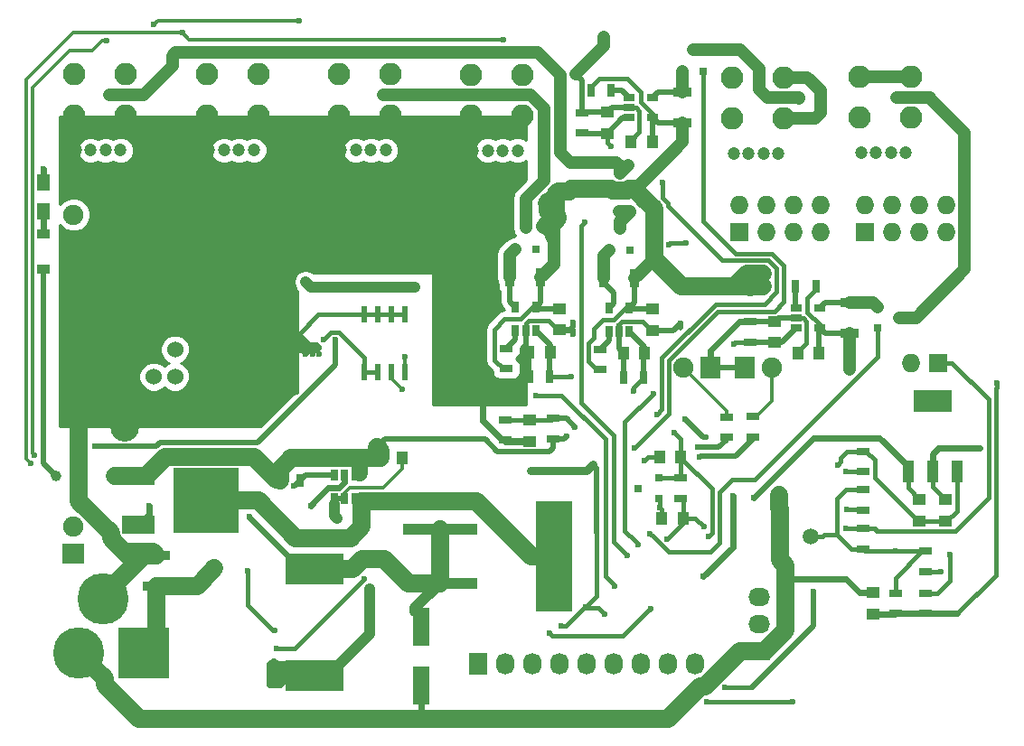
<source format=gbl>
G04 #@! TF.FileFunction,Copper,L2,Bot,Signal*
%FSLAX46Y46*%
G04 Gerber Fmt 4.6, Leading zero omitted, Abs format (unit mm)*
G04 Created by KiCad (PCBNEW 4.0.5) date 02/02/17 00:28:59*
%MOMM*%
%LPD*%
G01*
G04 APERTURE LIST*
%ADD10C,0.100000*%
%ADD11O,2.100000X2.100000*%
%ADD12C,1.200000*%
%ADD13R,1.600200X3.599180*%
%ADD14R,1.700000X0.900000*%
%ADD15R,1.300000X0.700000*%
%ADD16R,0.700000X1.300000*%
%ADD17R,1.250000X1.000000*%
%ADD18R,1.000000X1.250000*%
%ADD19R,1.060000X0.650000*%
%ADD20R,0.650000X1.060000*%
%ADD21R,0.900000X1.700000*%
%ADD22C,1.524000*%
%ADD23C,2.700020*%
%ADD24R,1.900000X2.000000*%
%ADD25C,1.900000*%
%ADD26R,5.400040X2.900680*%
%ADD27R,3.500120X10.408920*%
%ADD28R,7.010400X1.099820*%
%ADD29R,2.000000X1.900000*%
%ADD30C,4.800600*%
%ADD31R,4.800600X4.800600*%
%ADD32R,3.048000X1.651000*%
%ADD33R,6.096000X6.096000*%
%ADD34R,1.220000X0.910000*%
%ADD35R,1.300000X1.500000*%
%ADD36R,0.600000X1.550000*%
%ADD37R,0.800100X0.800100*%
%ADD38R,0.750000X0.800000*%
%ADD39R,1.727200X1.727200*%
%ADD40O,1.727200X1.727200*%
%ADD41R,1.727200X2.032000*%
%ADD42O,1.727200X2.032000*%
%ADD43R,2.032000X1.727200*%
%ADD44O,2.032000X1.727200*%
%ADD45R,3.657600X2.032000*%
%ADD46R,1.016000X2.032000*%
%ADD47R,2.500000X0.900000*%
%ADD48C,1.500000*%
%ADD49C,1.000000*%
%ADD50C,0.600000*%
%ADD51C,1.200000*%
%ADD52C,1.000000*%
%ADD53C,0.550000*%
%ADD54C,0.450000*%
%ADD55C,0.350000*%
%ADD56C,1.700000*%
%ADD57C,0.600000*%
%ADD58C,0.500000*%
%ADD59C,0.750000*%
%ADD60C,0.700000*%
%ADD61C,1.400000*%
%ADD62C,1.500000*%
%ADD63C,0.254000*%
G04 APERTURE END LIST*
D10*
D11*
X100280000Y-58290000D03*
X100280000Y-54450000D03*
X105120000Y-54450000D03*
D12*
X104650000Y-61560000D03*
X103250000Y-61560000D03*
X101850000Y-61560000D03*
D11*
X105120000Y-58290000D03*
D12*
X100450000Y-61560000D03*
D11*
X112780000Y-58290000D03*
X112780000Y-54450000D03*
X117620000Y-54450000D03*
D12*
X117150000Y-61560000D03*
X115750000Y-61560000D03*
X114350000Y-61560000D03*
D11*
X117620000Y-58290000D03*
D12*
X112950000Y-61560000D03*
D13*
X132790000Y-106218360D03*
X132790000Y-111720000D03*
D14*
X172940000Y-78750000D03*
X172940000Y-75850000D03*
D15*
X149580000Y-82110000D03*
X149580000Y-80210000D03*
D16*
X148710000Y-55920000D03*
X150610000Y-55920000D03*
D14*
X157310000Y-59030000D03*
X157310000Y-56130000D03*
D17*
X165940000Y-77600000D03*
X165940000Y-79600000D03*
D18*
X168090000Y-80550000D03*
X170090000Y-80550000D03*
D19*
X167940000Y-78250000D03*
X167940000Y-77300000D03*
X167940000Y-76350000D03*
X170140000Y-76350000D03*
X170140000Y-78250000D03*
D16*
X169790000Y-74300000D03*
X167890000Y-74300000D03*
D15*
X163640000Y-77650000D03*
X163640000Y-79550000D03*
D16*
X151760000Y-82870000D03*
X153660000Y-82870000D03*
D17*
X150260000Y-57980000D03*
X150260000Y-59980000D03*
D19*
X152310000Y-58530000D03*
X152310000Y-57580000D03*
X152310000Y-56630000D03*
X154510000Y-56630000D03*
X154510000Y-58530000D03*
D18*
X151760000Y-80570000D03*
X153760000Y-80570000D03*
D20*
X152310000Y-78570000D03*
X151360000Y-78570000D03*
X150410000Y-78570000D03*
X150410000Y-76370000D03*
X152310000Y-76370000D03*
D15*
X147860000Y-58030000D03*
X147860000Y-59930000D03*
D16*
X142950000Y-82800000D03*
X144850000Y-82800000D03*
D17*
X145750000Y-78400000D03*
X145750000Y-76400000D03*
D15*
X140800000Y-82050000D03*
X140800000Y-80150000D03*
D21*
X144000000Y-73500000D03*
X141100000Y-73500000D03*
D20*
X143550000Y-78500000D03*
X142600000Y-78500000D03*
X141650000Y-78500000D03*
X141650000Y-76300000D03*
X143550000Y-76300000D03*
D18*
X142900000Y-80500000D03*
X144900000Y-80500000D03*
X152460000Y-60780000D03*
X154460000Y-60780000D03*
D21*
X152810000Y-73570000D03*
X149910000Y-73570000D03*
D15*
X163900000Y-88450000D03*
X163900000Y-86550000D03*
D22*
X109748980Y-82790000D03*
X109748980Y-80250000D03*
X107750000Y-80250000D03*
X107750000Y-82790000D03*
D23*
X105049980Y-87519480D03*
X105049980Y-75520520D03*
D24*
X159900000Y-81950000D03*
D25*
X157360000Y-81950000D03*
D26*
X122850000Y-110800000D03*
X122850000Y-100797480D03*
D24*
X163150000Y-81950000D03*
D25*
X165690000Y-81950000D03*
D27*
X145250000Y-99600000D03*
D28*
X134559140Y-102140000D03*
X134559140Y-97060000D03*
D29*
X100200000Y-99390000D03*
D25*
X100200000Y-96850000D03*
D30*
X100764000Y-108680000D03*
D31*
X106860000Y-108680000D03*
D30*
X103050000Y-103600000D03*
D29*
X100250000Y-70150000D03*
D25*
X100250000Y-67610000D03*
D17*
X154510000Y-78470000D03*
X154510000Y-76470000D03*
X142950000Y-88850000D03*
X142950000Y-86850000D03*
D15*
X145200000Y-88600000D03*
X145200000Y-86700000D03*
D32*
X106350000Y-96686000D03*
D33*
X112700000Y-94400000D03*
D32*
X106350000Y-92114000D03*
D34*
X97400000Y-72700000D03*
X97400000Y-69430000D03*
D15*
X140700000Y-88750000D03*
X140700000Y-86850000D03*
D18*
X157350000Y-96100000D03*
X155350000Y-96100000D03*
X157150000Y-90300000D03*
X155150000Y-90300000D03*
D35*
X97400000Y-67304000D03*
X97400000Y-64604000D03*
D15*
X157150000Y-92300000D03*
X157150000Y-94200000D03*
D36*
X127510000Y-76950000D03*
X128780000Y-76950000D03*
X130050000Y-76950000D03*
X131320000Y-76950000D03*
X131320000Y-82350000D03*
X130050000Y-82350000D03*
X128780000Y-82350000D03*
X127510000Y-82350000D03*
D37*
X155100000Y-92300000D03*
X155100000Y-94200000D03*
X153101020Y-93250000D03*
D38*
X124750000Y-72900000D03*
X124750000Y-74400000D03*
X123150000Y-72900000D03*
X123150000Y-74400000D03*
D18*
X129000000Y-90450000D03*
X131000000Y-90450000D03*
D15*
X161450000Y-88500000D03*
X161450000Y-86600000D03*
D16*
X119600000Y-92500000D03*
X121500000Y-92500000D03*
D37*
X152360000Y-70920000D03*
X150460000Y-70920000D03*
X151410000Y-68921020D03*
X143550000Y-70850760D03*
X141650000Y-70850760D03*
X142600000Y-68851780D03*
X159220000Y-54150000D03*
X157320000Y-54150000D03*
X158270000Y-52151020D03*
X175589240Y-78200000D03*
X175589240Y-76300000D03*
X177588220Y-77250000D03*
D39*
X174430000Y-69230000D03*
D40*
X174430000Y-66690000D03*
X176970000Y-69230000D03*
X176970000Y-66690000D03*
X179510000Y-69230000D03*
X179510000Y-66690000D03*
X182050000Y-69230000D03*
X182050000Y-66690000D03*
D39*
X162640000Y-69270000D03*
D40*
X162640000Y-66730000D03*
X165180000Y-69270000D03*
X165180000Y-66730000D03*
X167720000Y-69270000D03*
X167720000Y-66730000D03*
X170260000Y-69270000D03*
X170260000Y-66730000D03*
D15*
X180060000Y-105000000D03*
X180060000Y-103100000D03*
X180050000Y-99140000D03*
X180050000Y-101040000D03*
X177250000Y-103100000D03*
X177250000Y-105000000D03*
X174180000Y-91700000D03*
X174180000Y-89800000D03*
X174180000Y-98920000D03*
X174180000Y-97020000D03*
X174180000Y-93390000D03*
X174180000Y-95290000D03*
D20*
X126610000Y-94260000D03*
X125660000Y-94260000D03*
X124710000Y-94260000D03*
X124710000Y-92060000D03*
X126610000Y-92060000D03*
X125660000Y-92060000D03*
D39*
X181230000Y-81480000D03*
D40*
X178690000Y-81480000D03*
D41*
X138136000Y-109740000D03*
D42*
X140676000Y-109740000D03*
X143216000Y-109740000D03*
X145756000Y-109740000D03*
X148296000Y-109740000D03*
X150836000Y-109740000D03*
X153376000Y-109740000D03*
X155916000Y-109740000D03*
X158456000Y-109740000D03*
D43*
X164500000Y-108500000D03*
D44*
X164500000Y-105960000D03*
X164500000Y-103420000D03*
D17*
X175130000Y-103050000D03*
X175130000Y-105050000D03*
D45*
X180700000Y-85070000D03*
D46*
X180700000Y-91674000D03*
X178414000Y-91674000D03*
X182986000Y-91674000D03*
D17*
X179480000Y-94310000D03*
X179480000Y-96310000D03*
X181900000Y-94330000D03*
X181900000Y-96330000D03*
D11*
X173850000Y-58530000D03*
X173850000Y-54690000D03*
X178690000Y-54690000D03*
D12*
X178220000Y-61800000D03*
X176820000Y-61800000D03*
X175420000Y-61800000D03*
D11*
X178690000Y-58530000D03*
D12*
X174020000Y-61800000D03*
D11*
X161920000Y-58570000D03*
X161920000Y-54730000D03*
X166760000Y-54730000D03*
D12*
X166290000Y-61840000D03*
X164890000Y-61840000D03*
X163490000Y-61840000D03*
D11*
X166760000Y-58570000D03*
D12*
X162090000Y-61840000D03*
D11*
X137480000Y-58340000D03*
X137480000Y-54500000D03*
X142320000Y-54500000D03*
D12*
X141850000Y-61610000D03*
X140450000Y-61610000D03*
X139050000Y-61610000D03*
D11*
X142320000Y-58340000D03*
D12*
X137650000Y-61610000D03*
D11*
X125130000Y-58290000D03*
X125130000Y-54450000D03*
X129970000Y-54450000D03*
D12*
X129500000Y-61560000D03*
X128100000Y-61560000D03*
X126700000Y-61560000D03*
D11*
X129970000Y-58290000D03*
D12*
X125300000Y-61560000D03*
D47*
X107990000Y-102470000D03*
X107990000Y-99570000D03*
D48*
X169340000Y-97780000D03*
X169340000Y-97780000D03*
D49*
X99580000Y-59830000D03*
X110640000Y-60830000D03*
X110640000Y-59230000D03*
X112950000Y-59650000D03*
X135320000Y-60990000D03*
X135320000Y-59520000D03*
X123030000Y-61070000D03*
X123030000Y-59710000D03*
X149920000Y-50990000D03*
X100450000Y-60620000D03*
D50*
X127770000Y-68570000D03*
X148250000Y-104380000D03*
X150010000Y-105080000D03*
X145915128Y-106144872D03*
X171830000Y-91050000D03*
D49*
X147280000Y-54444000D03*
X106120000Y-77580000D03*
X104970000Y-85410000D03*
X106120000Y-78690000D03*
X106140000Y-79860000D03*
X107260000Y-78710000D03*
X104980000Y-77600000D03*
X104990000Y-78730000D03*
X105000000Y-79880000D03*
X104970000Y-84310000D03*
X104960000Y-83240000D03*
X104980000Y-82120000D03*
X104990000Y-81030000D03*
X106110000Y-81020000D03*
X107260000Y-77580000D03*
X105030000Y-99230000D03*
X106100000Y-100300000D03*
D50*
X130990000Y-67590000D03*
X130400000Y-70320000D03*
X129200000Y-72975010D03*
X123290000Y-80660000D03*
X122640000Y-80660000D03*
D49*
X137630000Y-60730000D03*
X137640000Y-59750000D03*
X139920000Y-58930000D03*
X125220000Y-60690000D03*
X125230000Y-59710000D03*
X127510000Y-58890000D03*
X115220000Y-58820000D03*
D50*
X128510000Y-69790000D03*
X128510000Y-69160000D03*
X127110000Y-68550000D03*
X128340000Y-68560000D03*
X148898643Y-91027959D03*
D49*
X102740000Y-58820000D03*
D50*
X157110000Y-77820000D03*
X151350000Y-78070000D03*
X147050000Y-77680000D03*
X147080000Y-78800000D03*
X143050000Y-91600000D03*
X140520000Y-85070000D03*
X141620000Y-85070000D03*
X130300000Y-67900000D03*
X130400000Y-71600000D03*
X128950000Y-68550000D03*
X130300000Y-68550000D03*
X114200000Y-70510000D03*
X114200000Y-69360000D03*
X114800000Y-71160000D03*
X114800000Y-68860000D03*
X128300000Y-72975010D03*
X130150000Y-72975010D03*
X130400000Y-70960000D03*
X121980000Y-80660000D03*
X123290000Y-80050000D03*
X121150000Y-84250000D03*
X120850000Y-83350000D03*
X162000000Y-93950000D03*
X153750000Y-90644876D03*
X155171400Y-95050000D03*
X125000000Y-96100000D03*
X159250000Y-101500000D03*
X149250000Y-97279992D03*
X159500000Y-88500000D03*
X157500000Y-86750000D03*
D49*
X166350000Y-93920000D03*
X166400000Y-99980000D03*
X166370000Y-98770000D03*
X166360000Y-97550000D03*
X166380000Y-96290000D03*
X166350000Y-95130000D03*
D50*
X146870000Y-82800000D03*
X154880000Y-86320000D03*
X155420000Y-64550000D03*
X150590000Y-61170000D03*
X152750000Y-84140000D03*
X147250000Y-87500000D03*
X162080000Y-79700000D03*
X144800000Y-106810000D03*
X164000000Y-94130000D03*
X155820000Y-98000000D03*
D49*
X163700000Y-73160000D03*
X163680000Y-74440000D03*
X163680000Y-74440000D03*
X164840000Y-74290000D03*
X164840000Y-73160000D03*
X145620000Y-67790000D03*
X144680000Y-67270000D03*
D50*
X159280000Y-96880000D03*
D49*
X172940000Y-82110000D03*
X172940000Y-80040000D03*
X172940000Y-81070000D03*
X98600000Y-92100000D03*
X104150000Y-92100000D03*
D50*
X104150000Y-92100000D03*
X154290000Y-104530000D03*
D49*
X145449999Y-66380000D03*
X145650000Y-65400000D03*
X145650000Y-65400000D03*
X152850000Y-65270000D03*
X154630000Y-67050000D03*
X153740000Y-66160000D03*
X146890000Y-65210000D03*
D50*
X132190000Y-74400000D03*
D49*
X144250000Y-68650000D03*
X144950000Y-69760000D03*
X144950000Y-68650000D03*
X144950000Y-69760000D03*
X144250000Y-68650000D03*
X144950000Y-68650000D03*
X128700000Y-89400000D03*
D50*
X104150000Y-92100000D03*
X98600000Y-92100000D03*
X121975000Y-73925000D03*
X146450000Y-88350000D03*
X128700000Y-89400000D03*
X159550000Y-113270000D03*
X167630000Y-113270000D03*
X169570000Y-102960000D03*
X161250000Y-111930000D03*
D49*
X152230000Y-62950000D03*
X152370000Y-67340000D03*
X151410000Y-68260000D03*
X151140000Y-62730000D03*
X151410000Y-63710000D03*
X151410000Y-67320970D03*
X103620000Y-56380000D03*
X104650000Y-56360000D03*
X105770000Y-56370000D03*
X131720000Y-56370000D03*
X129300000Y-56330000D03*
X130490000Y-56360000D03*
X168240000Y-56710000D03*
X167170000Y-56690000D03*
X165990000Y-56650000D03*
X177380000Y-56600000D03*
X178430000Y-56600000D03*
X179560000Y-56600000D03*
D50*
X123700000Y-79300000D03*
X107350000Y-94900000D03*
X122450000Y-94900000D03*
X119020000Y-109520000D03*
X119150000Y-111670000D03*
X128000000Y-102675000D03*
X119150000Y-110800000D03*
X116760000Y-95910000D03*
X132200000Y-104600000D03*
X119100000Y-106550000D03*
X116600000Y-101000000D03*
X97400000Y-63334000D03*
X119300000Y-108250000D03*
X127450000Y-101750000D03*
X120900000Y-93050000D03*
D49*
X137997370Y-94484978D03*
D50*
X137997370Y-94484978D03*
X102219491Y-89319491D03*
X124800000Y-79350000D03*
X97400000Y-68668000D03*
X121429999Y-49400001D03*
X103360000Y-51280000D03*
X107800000Y-49740000D03*
X96550000Y-90150000D03*
X110440000Y-50570000D03*
X140560000Y-51170000D03*
X96247464Y-90890601D03*
X131050000Y-84000000D03*
X131300000Y-80900000D03*
X159750000Y-97750000D03*
X156500000Y-88000000D03*
X158700000Y-89400000D03*
X158900000Y-90300000D03*
X154244844Y-97485156D03*
X152780000Y-89490000D03*
X152148126Y-99585081D03*
X148130000Y-68310000D03*
X150972702Y-102390693D03*
X143560000Y-84560000D03*
X143550000Y-70850760D03*
X153180683Y-98519317D03*
X157640000Y-70280000D03*
X155990000Y-70410000D03*
X154570000Y-84390000D03*
X152360000Y-70920000D03*
X172640000Y-97020000D03*
X182314980Y-99450000D03*
X181500000Y-101080000D03*
X172630000Y-91710000D03*
X172720000Y-95270000D03*
X186730000Y-83350000D03*
X183040000Y-105000000D03*
X177280000Y-99120000D03*
X185140000Y-89480000D03*
D49*
X113420000Y-100770000D03*
X112390000Y-101920000D03*
X107980000Y-105520000D03*
X107980000Y-104030000D03*
D51*
X110640000Y-59230000D02*
X110640000Y-60830000D01*
X112780000Y-58290000D02*
X112780000Y-59774924D01*
X137640000Y-59750000D02*
X135550000Y-59750000D01*
X135550000Y-59750000D02*
X135320000Y-59520000D01*
D52*
X125230000Y-59710000D02*
X126350000Y-59710000D01*
X126350000Y-59710000D02*
X126470000Y-59590000D01*
D51*
X149920000Y-50990000D02*
X149920000Y-51804000D01*
X149920000Y-51804000D02*
X147280000Y-54444000D01*
D53*
X124710000Y-94260000D02*
X125660000Y-94260000D01*
D54*
X122640000Y-80660000D02*
X121180000Y-79200000D01*
X121180000Y-79200000D02*
X121180000Y-79860000D01*
X121180000Y-79860000D02*
X121980000Y-80660000D01*
X121980000Y-80660000D02*
X121980000Y-80070012D01*
X121980000Y-80070012D02*
X122300011Y-79750001D01*
X123290000Y-80050000D02*
X122590000Y-80050000D01*
X122590000Y-80050000D02*
X121980000Y-80660000D01*
X123290000Y-80660000D02*
X122990001Y-80360001D01*
X122990001Y-80360001D02*
X121140345Y-80360001D01*
X121140345Y-80360001D02*
X120953040Y-80172696D01*
X123290000Y-80050000D02*
X122990001Y-79750001D01*
X122990001Y-79750001D02*
X122300011Y-79750001D01*
X122300011Y-79750001D02*
X121350010Y-78800000D01*
D55*
X131000000Y-90450000D02*
X131000000Y-91425000D01*
X131000000Y-91425000D02*
X129225000Y-93200000D01*
X129225000Y-93200000D02*
X126139998Y-93200000D01*
X126139998Y-93200000D02*
X125660000Y-93679998D01*
X125660000Y-93679998D02*
X125660000Y-94260000D01*
D56*
X132720000Y-114901231D02*
X155920767Y-114901231D01*
X155920767Y-114901231D02*
X159015988Y-111806010D01*
X159015988Y-111806010D02*
X159375988Y-111806010D01*
X159375988Y-111806010D02*
X162681998Y-108500000D01*
X162681998Y-108500000D02*
X164500000Y-108500000D01*
D54*
X127770000Y-68570000D02*
X127130000Y-68570000D01*
X127130000Y-68570000D02*
X127110000Y-68550000D01*
X148250000Y-104380000D02*
X149250000Y-103380000D01*
X149250000Y-103380000D02*
X149250000Y-97279992D01*
X148560000Y-104460000D02*
X149390000Y-104460000D01*
X148024264Y-104460000D02*
X148560000Y-104460000D01*
X148560000Y-104460000D02*
X148330000Y-104460000D01*
X148330000Y-104460000D02*
X148250000Y-104380000D01*
X149390000Y-104460000D02*
X150010000Y-105080000D01*
X145915128Y-106144872D02*
X146339392Y-106144872D01*
X146339392Y-106144872D02*
X148024264Y-104460000D01*
D56*
X105030000Y-99230000D02*
X107650000Y-99230000D01*
X107650000Y-99230000D02*
X107990000Y-99570000D01*
X107990000Y-99570000D02*
X106830000Y-99570000D01*
X106830000Y-99570000D02*
X106100000Y-100300000D01*
X106390629Y-114901231D02*
X132720000Y-114901231D01*
D57*
X132790000Y-114831231D02*
X132720000Y-114901231D01*
X132790000Y-111720000D02*
X132790000Y-114831231D01*
D54*
X179480000Y-96310000D02*
X179355000Y-96310000D01*
X179355000Y-96310000D02*
X175280000Y-92235000D01*
X175280000Y-92235000D02*
X175280000Y-90600000D01*
X175280000Y-90600000D02*
X174480000Y-89800000D01*
X174480000Y-89800000D02*
X174180000Y-89800000D01*
X181900000Y-96330000D02*
X182025000Y-96330000D01*
X182025000Y-96330000D02*
X182986000Y-95369000D01*
X182986000Y-93140000D02*
X182986000Y-91674000D01*
X182986000Y-95369000D02*
X182986000Y-93140000D01*
X179480000Y-96310000D02*
X181880000Y-96310000D01*
X181880000Y-96310000D02*
X181900000Y-96330000D01*
X182986000Y-91674000D02*
X182986000Y-92182000D01*
D56*
X166899999Y-106594003D02*
X166899999Y-101770000D01*
X166899999Y-101770000D02*
X166899999Y-100479999D01*
D57*
X175130000Y-103050000D02*
X173905000Y-103050000D01*
X173905000Y-103050000D02*
X172625000Y-101770000D01*
X172625000Y-101770000D02*
X166899999Y-101770000D01*
D54*
X171830000Y-91050000D02*
X172129999Y-90750001D01*
X172129999Y-90750001D02*
X172129999Y-90390001D01*
X172129999Y-90390001D02*
X172720000Y-89800000D01*
D58*
X147860000Y-58030000D02*
X147860000Y-55024000D01*
X147860000Y-55024000D02*
X147280000Y-54444000D01*
D56*
X100764000Y-108680000D02*
X103164299Y-111080299D01*
X103164299Y-111674901D02*
X106390629Y-114901231D01*
X103164299Y-111080299D02*
X103164299Y-111674901D01*
D54*
X172720000Y-89800000D02*
X174180000Y-89800000D01*
D56*
X166400000Y-99980000D02*
X166400000Y-95180000D01*
X166400000Y-95180000D02*
X166350000Y-95130000D01*
X105722370Y-81200000D02*
X105722370Y-81427630D01*
X105722370Y-81427630D02*
X104980000Y-82170000D01*
X100760002Y-94450000D02*
X100760002Y-86369998D01*
X106100000Y-100300000D02*
X103775999Y-97975999D01*
X103775999Y-97975999D02*
X103775999Y-97465997D01*
X103775999Y-97465997D02*
X100760002Y-94450000D01*
X103050000Y-103600000D02*
X103050000Y-103350000D01*
X103050000Y-103350000D02*
X106100000Y-100300000D01*
X164500000Y-108500000D02*
X164994002Y-108500000D01*
X164994002Y-108500000D02*
X166899999Y-106594003D01*
X166899999Y-100479999D02*
X166400000Y-99980000D01*
D51*
X166350000Y-95130000D02*
X166350000Y-96260000D01*
X166350000Y-96260000D02*
X166380000Y-96290000D01*
D54*
X168895001Y-77584999D02*
X168610002Y-77300000D01*
X168610002Y-77300000D02*
X167940000Y-77300000D01*
X168090000Y-80550000D02*
X168090000Y-80425000D01*
X168090000Y-80425000D02*
X168895001Y-79619999D01*
X168895001Y-79619999D02*
X168895001Y-77584999D01*
D57*
X159900000Y-81950000D02*
X159900000Y-80350000D01*
X159900000Y-80350000D02*
X162600000Y-77650000D01*
X162600000Y-77650000D02*
X163640000Y-77650000D01*
D54*
X152980002Y-57580000D02*
X152310000Y-57580000D01*
X152460000Y-60655000D02*
X153265001Y-59849999D01*
X153265001Y-57864999D02*
X152980002Y-57580000D01*
X152460000Y-60780000D02*
X152460000Y-60655000D01*
X153265001Y-59849999D02*
X153265001Y-57864999D01*
D58*
X149250000Y-91379316D02*
X149198642Y-91327958D01*
X149250000Y-97279992D02*
X149250000Y-91379316D01*
D59*
X148326602Y-91600000D02*
X148598644Y-91327958D01*
X143050000Y-91600000D02*
X148326602Y-91600000D01*
D58*
X149198642Y-91327958D02*
X148898643Y-91027959D01*
D59*
X148598644Y-91327958D02*
X148898643Y-91027959D01*
D58*
X159900000Y-81950000D02*
X159900000Y-81900000D01*
X157110000Y-78244264D02*
X157110000Y-77820000D01*
X154510000Y-78470000D02*
X156460000Y-78470000D01*
X156460000Y-78470000D02*
X157110000Y-77820000D01*
X151350000Y-78070000D02*
X151350000Y-78560000D01*
X151350000Y-78560000D02*
X151360000Y-78570000D01*
X147080000Y-78800000D02*
X147080000Y-78500000D01*
X147080000Y-78500000D02*
X146980000Y-78400000D01*
X147050000Y-77680000D02*
X147050000Y-78104264D01*
X147050000Y-78104264D02*
X146980000Y-78174264D01*
X146980000Y-78174264D02*
X146980000Y-78400000D01*
D54*
X154510000Y-78470000D02*
X154385000Y-78470000D01*
X154385000Y-78470000D02*
X153529999Y-77614999D01*
X153529999Y-77614999D02*
X151644999Y-77614999D01*
X151644999Y-77614999D02*
X151360000Y-77899998D01*
X151360000Y-77899998D02*
X151360000Y-78570000D01*
D57*
X145750000Y-78400000D02*
X146975000Y-78400000D01*
X145750000Y-78400000D02*
X146980000Y-78400000D01*
D54*
X144769999Y-77544999D02*
X142884999Y-77544999D01*
X145750000Y-78400000D02*
X145625000Y-78400000D01*
X145625000Y-78400000D02*
X144769999Y-77544999D01*
X142884999Y-77544999D02*
X142600000Y-77829998D01*
X142600000Y-77829998D02*
X142600000Y-78500000D01*
D57*
X138600000Y-86950000D02*
X138600000Y-85050000D01*
X140700000Y-88750000D02*
X140400000Y-88750000D01*
X140400000Y-88750000D02*
X138600000Y-86950000D01*
D58*
X142900000Y-80500000D02*
X142900000Y-82750000D01*
X142900000Y-82750000D02*
X142950000Y-82800000D01*
X142600000Y-78500000D02*
X142600000Y-80200000D01*
X142600000Y-80200000D02*
X142900000Y-80500000D01*
X150260000Y-57980000D02*
X147910000Y-57980000D01*
X147910000Y-57980000D02*
X147860000Y-58030000D01*
X152310000Y-57580000D02*
X150660000Y-57580000D01*
X150660000Y-57580000D02*
X150260000Y-57980000D01*
X165940000Y-77600000D02*
X163690000Y-77600000D01*
X163690000Y-77600000D02*
X163640000Y-77650000D01*
X167940000Y-77300000D02*
X166240000Y-77300000D01*
X166240000Y-77300000D02*
X165940000Y-77600000D01*
X151760000Y-80570000D02*
X151360000Y-80170000D01*
X151360000Y-80170000D02*
X151360000Y-78570000D01*
X151760000Y-82870000D02*
X151760000Y-80570000D01*
X159500000Y-88500000D02*
X159250000Y-88500000D01*
X159250000Y-88500000D02*
X157500000Y-86750000D01*
D54*
X127510000Y-76950000D02*
X123200010Y-76950000D01*
X123200010Y-76950000D02*
X121350010Y-78800000D01*
X130050000Y-76950000D02*
X131320000Y-76950000D01*
X128780000Y-76950000D02*
X130050000Y-76950000D01*
X127510000Y-76950000D02*
X128780000Y-76950000D01*
D52*
X124700000Y-94750000D02*
X124700000Y-95800000D01*
X124700000Y-95800000D02*
X124978242Y-96078242D01*
D55*
X121377304Y-80172696D02*
X120953040Y-80172696D01*
X120953040Y-80172696D02*
X120850000Y-80275736D01*
D57*
X162000000Y-98750000D02*
X162000000Y-93950000D01*
X159250000Y-101500000D02*
X162000000Y-98750000D01*
D54*
X155150000Y-90300000D02*
X154094876Y-90300000D01*
X154094876Y-90300000D02*
X153750000Y-90644876D01*
X155171400Y-95050000D02*
X155171400Y-94271400D01*
X155171400Y-94271400D02*
X155100000Y-94200000D01*
X155350000Y-96100000D02*
X155350000Y-95228600D01*
X155350000Y-95228600D02*
X155171400Y-95050000D01*
D60*
X142950000Y-88850000D02*
X140800000Y-88850000D01*
X140800000Y-88850000D02*
X140700000Y-88750000D01*
D58*
X124700000Y-95800000D02*
X125000000Y-96100000D01*
X159900000Y-81950000D02*
X163150000Y-81950000D01*
D54*
X142850000Y-88750000D02*
X142950000Y-88850000D01*
D60*
X104280500Y-86750000D02*
X105049980Y-87519480D01*
D56*
X166350000Y-93920000D02*
X166350000Y-95130000D01*
D51*
X166400000Y-97550000D02*
X166400000Y-98770000D01*
D54*
X146870000Y-82800000D02*
X144850000Y-82800000D01*
D58*
X144900000Y-80500000D02*
X144900000Y-79850000D01*
X144900000Y-79850000D02*
X143550000Y-78500000D01*
X144850000Y-82800000D02*
X144850000Y-80550000D01*
X144850000Y-80550000D02*
X144900000Y-80500000D01*
D54*
X154880000Y-86320000D02*
X155334988Y-85865012D01*
X166115010Y-73761874D02*
X166078136Y-73725000D01*
X155334988Y-85865012D02*
X155334988Y-81020756D01*
X155420000Y-66036864D02*
X155420000Y-64550000D01*
X155334988Y-81020756D02*
X160380743Y-75975001D01*
X160380743Y-75975001D02*
X164958135Y-75975001D01*
X164958135Y-75975001D02*
X166115010Y-74818126D01*
X166115010Y-72631874D02*
X165368126Y-71884990D01*
X166115010Y-74818126D02*
X166115010Y-73761874D01*
X155905010Y-66805010D02*
X155905010Y-66521874D01*
X166078136Y-73725000D02*
X166115010Y-73688126D01*
X166115010Y-73688126D02*
X166115010Y-72631874D01*
X165368126Y-71884990D02*
X160984990Y-71884990D01*
X160984990Y-71884990D02*
X155905010Y-66805010D01*
X155905010Y-66521874D02*
X155420000Y-66036864D01*
X150260000Y-59980000D02*
X150260000Y-60840000D01*
X150260000Y-60840000D02*
X150590000Y-61170000D01*
D58*
X150260000Y-59980000D02*
X147910000Y-59980000D01*
X147910000Y-59980000D02*
X147860000Y-59930000D01*
X152310000Y-58530000D02*
X151710000Y-58530000D01*
X151710000Y-58530000D02*
X150260000Y-59980000D01*
D54*
X152750000Y-84140000D02*
X152750000Y-83780000D01*
X152750000Y-83780000D02*
X153660000Y-82870000D01*
D58*
X153760000Y-80570000D02*
X153760000Y-80020000D01*
X153760000Y-80020000D02*
X152310000Y-78570000D01*
X153660000Y-82870000D02*
X153660000Y-80670000D01*
X153660000Y-80670000D02*
X153760000Y-80570000D01*
X145200000Y-86700000D02*
X146450000Y-86700000D01*
X146450000Y-86700000D02*
X147250000Y-87500000D01*
D54*
X140700000Y-86850000D02*
X142950000Y-86850000D01*
X142950000Y-86850000D02*
X145050000Y-86850000D01*
X145050000Y-86850000D02*
X145200000Y-86700000D01*
X163640000Y-79550000D02*
X162230000Y-79550000D01*
X162230000Y-79550000D02*
X162080000Y-79700000D01*
D58*
X165940000Y-79600000D02*
X166590000Y-79600000D01*
X166590000Y-79600000D02*
X167940000Y-78250000D01*
X163640000Y-79550000D02*
X165890000Y-79550000D01*
X165890000Y-79550000D02*
X165940000Y-79600000D01*
X150410000Y-78570000D02*
X150410000Y-79380000D01*
X150410000Y-79380000D02*
X149580000Y-80210000D01*
X141650000Y-78500000D02*
X141650000Y-79300000D01*
X141650000Y-79300000D02*
X140800000Y-80150000D01*
X141600000Y-78550000D02*
X141650000Y-78500000D01*
X150610000Y-55920000D02*
X151600000Y-55920000D01*
X151600000Y-55920000D02*
X152310000Y-56630000D01*
X152260000Y-56580000D02*
X152310000Y-56630000D01*
X167890000Y-74300000D02*
X167890000Y-76300000D01*
X167890000Y-76300000D02*
X167940000Y-76350000D01*
D55*
X126610000Y-92060000D02*
X126800000Y-92060000D01*
X126800000Y-92060000D02*
X127030000Y-91830000D01*
D54*
X153990001Y-104829999D02*
X154290000Y-104530000D01*
X145099999Y-107109999D02*
X151710001Y-107109999D01*
X144800000Y-106810000D02*
X145099999Y-107109999D01*
X151710001Y-107109999D02*
X153990001Y-104829999D01*
X178414000Y-91674000D02*
X178414000Y-93244000D01*
X178414000Y-93244000D02*
X179480000Y-94310000D01*
D57*
X169597999Y-88532001D02*
X175780001Y-88532001D01*
X175780001Y-88532001D02*
X178414000Y-91166000D01*
X178414000Y-91166000D02*
X178414000Y-91674000D01*
X165417888Y-92712112D02*
X169597999Y-88532001D01*
X164000000Y-94130000D02*
X165417888Y-92712112D01*
X165417888Y-92712112D02*
X165427888Y-92712112D01*
D58*
X97400000Y-75670000D02*
X97400000Y-72700000D01*
D54*
X157350000Y-96100000D02*
X157350000Y-96470000D01*
X157350000Y-96470000D02*
X155820000Y-98000000D01*
D56*
X164840000Y-74290000D02*
X162240000Y-74290000D01*
X162240000Y-74290000D02*
X157170000Y-74290000D01*
X164840000Y-73160000D02*
X163370000Y-73160000D01*
X163370000Y-73160000D02*
X162240000Y-74290000D01*
X163680000Y-74440000D02*
X163680000Y-74320000D01*
X163680000Y-74320000D02*
X164840000Y-73160000D01*
X164840000Y-74290000D02*
X164830000Y-74290000D01*
X164830000Y-74290000D02*
X163700000Y-73160000D01*
X154630000Y-71750000D02*
X154630000Y-67050000D01*
X157170000Y-74290000D02*
X154630000Y-71750000D01*
X163840000Y-74280000D02*
X163680000Y-74440000D01*
X145620000Y-67790000D02*
X145620000Y-67980000D01*
X145620000Y-67980000D02*
X144950000Y-68650000D01*
X144590000Y-66532893D02*
X144649999Y-66532893D01*
X144649999Y-66532893D02*
X144680000Y-66562894D01*
X144680000Y-66562894D02*
X144680000Y-67270000D01*
X145449999Y-66380000D02*
X144742893Y-66380000D01*
X144742893Y-66380000D02*
X144590000Y-66532893D01*
X145449999Y-66380000D02*
X145449999Y-67450001D01*
D61*
X145449999Y-67450001D02*
X144250000Y-68650000D01*
D56*
X153740000Y-66160000D02*
X154630000Y-67050000D01*
X152850000Y-65270000D02*
X153740000Y-66160000D01*
X146890000Y-65210000D02*
X150576534Y-65210000D01*
X150576534Y-65210000D02*
X150726544Y-65360010D01*
X152790000Y-65210000D02*
X152850000Y-65270000D01*
X150726544Y-65360010D02*
X152153456Y-65360010D01*
X152153456Y-65360010D02*
X152303466Y-65210000D01*
X152303466Y-65210000D02*
X152790000Y-65210000D01*
X145650000Y-65400000D02*
X146700000Y-65400000D01*
X146700000Y-65400000D02*
X146890000Y-65210000D01*
X145449999Y-66380000D02*
X145449999Y-65600001D01*
X145449999Y-65600001D02*
X145650000Y-65400000D01*
X129000000Y-90450000D02*
X129000000Y-89700000D01*
X129000000Y-89700000D02*
X128700000Y-89400000D01*
D62*
X126800000Y-90450000D02*
X126900001Y-90550001D01*
X127030000Y-90640000D02*
X127030000Y-91830000D01*
D56*
X119600000Y-92500000D02*
X119600000Y-91509998D01*
X119600000Y-91509998D02*
X120659998Y-90450000D01*
X120659998Y-90450000D02*
X126800000Y-90450000D01*
X126800000Y-90450000D02*
X129000000Y-90450000D01*
X117151999Y-90301999D02*
X119250000Y-92400000D01*
X106350000Y-92114000D02*
X107039998Y-92114000D01*
X107039998Y-92114000D02*
X108851999Y-90301999D01*
X108851999Y-90301999D02*
X117151999Y-90301999D01*
X106350000Y-92114000D02*
X104164000Y-92114000D01*
X104164000Y-92114000D02*
X104150000Y-92100000D01*
D54*
X157350000Y-96100000D02*
X158500000Y-96100000D01*
X158500000Y-96100000D02*
X159280000Y-96880000D01*
D51*
X172940000Y-81140000D02*
X172940000Y-82110000D01*
X172940000Y-81140000D02*
X172940000Y-78750000D01*
D54*
X170140000Y-77910744D02*
X170140000Y-78250000D01*
X168990000Y-76760744D02*
X170140000Y-77910744D01*
X168990000Y-75400000D02*
X168990000Y-76760744D01*
X169790000Y-74600000D02*
X168990000Y-75400000D01*
X169790000Y-74300000D02*
X169790000Y-74600000D01*
D51*
X157310000Y-60810000D02*
X157310000Y-60680000D01*
X152850000Y-65270000D02*
X157310000Y-60810000D01*
X157310000Y-60680000D02*
X157310000Y-59030000D01*
D54*
X154510000Y-58190744D02*
X154510000Y-58530000D01*
X153410000Y-57090744D02*
X154510000Y-58190744D01*
X148710000Y-55620000D02*
X149510000Y-54820000D01*
X148710000Y-55920000D02*
X148710000Y-55620000D01*
X149510000Y-54820000D02*
X152120002Y-54820000D01*
X153410000Y-56109998D02*
X153410000Y-57090744D01*
X152120002Y-54820000D02*
X153410000Y-56109998D01*
D52*
X124750000Y-74400000D02*
X132190000Y-74400000D01*
X123150000Y-74400000D02*
X124750000Y-74400000D01*
X121975000Y-73925000D02*
X122450000Y-74400000D01*
X122450000Y-74400000D02*
X123150000Y-74400000D01*
D51*
X154630000Y-71750000D02*
X152810000Y-73570000D01*
X152790000Y-65210000D02*
X153740000Y-66160000D01*
D54*
X149580000Y-82110000D02*
X149280000Y-82110000D01*
X149280000Y-82110000D02*
X148480000Y-81310000D01*
X149849254Y-77470000D02*
X150870744Y-77470000D01*
X148480000Y-81310000D02*
X148480000Y-79679254D01*
X148480000Y-79679254D02*
X149010011Y-79149243D01*
X149010011Y-79149243D02*
X149010011Y-78309243D01*
X149010011Y-78309243D02*
X149849254Y-77470000D01*
X150870744Y-77470000D02*
X151970744Y-76370000D01*
X151970744Y-76370000D02*
X152310000Y-76370000D01*
D58*
X152810000Y-73570000D02*
X152810000Y-75870000D01*
X152810000Y-75870000D02*
X152310000Y-76370000D01*
D54*
X157350000Y-96100000D02*
X157350000Y-96225000D01*
X143210744Y-76300000D02*
X143550000Y-76300000D01*
X140650000Y-77400000D02*
X142110744Y-77400000D01*
X139700000Y-78350000D02*
X140650000Y-77400000D01*
X139700000Y-81250000D02*
X139700000Y-78350000D01*
X140500000Y-82050000D02*
X139700000Y-81250000D01*
X142110744Y-77400000D02*
X143210744Y-76300000D01*
X140800000Y-82050000D02*
X140500000Y-82050000D01*
D51*
X145250000Y-68650000D02*
X145250000Y-69760000D01*
X145250000Y-69760000D02*
X145250000Y-69650000D01*
X145250000Y-69650000D02*
X144250000Y-68650000D01*
X145250000Y-68650000D02*
X144250000Y-68650000D01*
X145250000Y-69760000D02*
X145250000Y-72250000D01*
X145250000Y-72250000D02*
X144000000Y-73500000D01*
D58*
X129450000Y-88650000D02*
X138789998Y-88650000D01*
X145200000Y-89450000D02*
X145200000Y-88600000D01*
X138789998Y-88650000D02*
X139939999Y-89800001D01*
X139939999Y-89800001D02*
X144849999Y-89800001D01*
X144849999Y-89800001D02*
X145200000Y-89450000D01*
X145200000Y-88600000D02*
X146200000Y-88600000D01*
X146200000Y-88600000D02*
X146450000Y-88350000D01*
X145750000Y-76400000D02*
X143650000Y-76400000D01*
X143650000Y-76400000D02*
X143550000Y-76300000D01*
X144000000Y-73500000D02*
X144000000Y-75850000D01*
X144000000Y-75850000D02*
X143550000Y-76300000D01*
X154460000Y-60780000D02*
X154460000Y-58580000D01*
X154460000Y-58580000D02*
X154510000Y-58530000D01*
X157310000Y-59030000D02*
X155010000Y-59030000D01*
X155010000Y-59030000D02*
X154510000Y-58530000D01*
X170090000Y-80550000D02*
X170090000Y-78300000D01*
X170090000Y-78300000D02*
X170140000Y-78250000D01*
X172940000Y-78750000D02*
X170640000Y-78750000D01*
X170640000Y-78750000D02*
X170140000Y-78250000D01*
X154510000Y-76470000D02*
X152410000Y-76470000D01*
X152410000Y-76470000D02*
X152310000Y-76370000D01*
X152360000Y-76320000D02*
X152310000Y-76370000D01*
D52*
X119250000Y-92400000D02*
X119350000Y-92500000D01*
D58*
X97400000Y-75670000D02*
X97400000Y-90900000D01*
X97400000Y-90900000D02*
X98600000Y-92100000D01*
X129450000Y-88650000D02*
X128700000Y-89400000D01*
D52*
X119350000Y-92500000D02*
X119450000Y-92500000D01*
D55*
X121975000Y-73925000D02*
X121975000Y-74025000D01*
X121975000Y-74025000D02*
X122200000Y-74250000D01*
D54*
X122200000Y-74250000D02*
X123000000Y-74250000D01*
X123000000Y-74250000D02*
X123150000Y-74400000D01*
X157350000Y-96100000D02*
X157350000Y-94400000D01*
X157350000Y-94400000D02*
X157150000Y-94200000D01*
D58*
X119550000Y-92500000D02*
X119450000Y-92500000D01*
X106350000Y-92114000D02*
X105651500Y-92114000D01*
D55*
X128700000Y-89400000D02*
X128700000Y-90400000D01*
X128700000Y-90400000D02*
X128750000Y-90450000D01*
D54*
X167630000Y-113270000D02*
X159550000Y-113270000D01*
D58*
X163835002Y-111930000D02*
X169570000Y-106195002D01*
X169570000Y-106195002D02*
X169570000Y-106119602D01*
X169570000Y-106119602D02*
X169570000Y-102960000D01*
D54*
X163835002Y-111930000D02*
X161250000Y-111930000D01*
D51*
X151140000Y-62730000D02*
X146770000Y-62730000D01*
X143730000Y-52390000D02*
X109830000Y-52390000D01*
X146770000Y-62730000D02*
X145820000Y-61780000D01*
X145820000Y-61780000D02*
X145820000Y-54480000D01*
X109495001Y-52724999D02*
X109495001Y-53674999D01*
X145820000Y-54480000D02*
X143730000Y-52390000D01*
X109830000Y-52390000D02*
X109495001Y-52724999D01*
X109495001Y-53674999D02*
X106800000Y-56370000D01*
X106800000Y-56370000D02*
X105770000Y-56370000D01*
X151410000Y-68260000D02*
X151450000Y-68260000D01*
X151450000Y-68260000D02*
X152370000Y-67340000D01*
X151410000Y-63710000D02*
X151470000Y-63710000D01*
X151470000Y-63710000D02*
X152230000Y-62950000D01*
X151410000Y-67320970D02*
X152350970Y-67320970D01*
X152350970Y-67320970D02*
X152370000Y-67340000D01*
X151410000Y-68921020D02*
X151410000Y-68260000D01*
X151410000Y-63710000D02*
X151410000Y-63002894D01*
X151400000Y-67310970D02*
X151410000Y-67320970D01*
X105770000Y-56370000D02*
X103640000Y-56370000D01*
X103630000Y-56370000D02*
X103620000Y-56380000D01*
X131720000Y-56370000D02*
X143088002Y-56370000D01*
X144340000Y-64376533D02*
X142600000Y-66116533D01*
X143088002Y-56370000D02*
X144340000Y-57621998D01*
X144340000Y-57621998D02*
X144340000Y-64376533D01*
X142600000Y-66116533D02*
X142600000Y-68851780D01*
X130490000Y-56370000D02*
X131710000Y-56370000D01*
X130500000Y-56380000D02*
X131100000Y-56380000D01*
X130490000Y-56370000D02*
X129290000Y-56370000D01*
X158270000Y-52151020D02*
X162731020Y-52151020D01*
X162731020Y-52151020D02*
X164470000Y-53890000D01*
X164470000Y-53890000D02*
X164470000Y-55837106D01*
X165282894Y-56650000D02*
X165990000Y-56650000D01*
X164470000Y-55837106D02*
X165282894Y-56650000D01*
X165990000Y-56640000D02*
X168210000Y-56640000D01*
X168210000Y-56740000D02*
X168240000Y-56710000D01*
X177400000Y-56610000D02*
X179570000Y-56610000D01*
X178410000Y-56610000D02*
X177370000Y-56610000D01*
X183733601Y-59923601D02*
X180500000Y-56690000D01*
X180500000Y-56610000D02*
X179560000Y-56610000D01*
X177588220Y-77250000D02*
X179188270Y-77250000D01*
X179188270Y-77250000D02*
X183733601Y-72704669D01*
X183733601Y-72704669D02*
X183733601Y-59923601D01*
D54*
X123700000Y-79300000D02*
X124375001Y-78624999D01*
X124375001Y-78624999D02*
X125148001Y-78624999D01*
X125148001Y-78624999D02*
X127510000Y-80986998D01*
X127510000Y-80986998D02*
X127510000Y-81125000D01*
X127510000Y-82350000D02*
X128780000Y-82350000D01*
X127510000Y-81125000D02*
X127510000Y-82350000D01*
D57*
X125660000Y-92060000D02*
X125660000Y-92700000D01*
X125660000Y-92700000D02*
X125130001Y-93229999D01*
X125130001Y-93229999D02*
X124120001Y-93229999D01*
X124120001Y-93229999D02*
X122749999Y-94600001D01*
X122749999Y-94600001D02*
X122450000Y-94900000D01*
X107350000Y-94900000D02*
X107350000Y-95686000D01*
X107350000Y-95686000D02*
X106350000Y-96686000D01*
D58*
X107048500Y-96686000D02*
X106350000Y-96686000D01*
D52*
X128000000Y-102675000D02*
X128000000Y-106899680D01*
X128000000Y-106899680D02*
X124099680Y-110800000D01*
X124099680Y-110800000D02*
X122850000Y-110800000D01*
D60*
X119020000Y-109520000D02*
X119319999Y-109819999D01*
X119319999Y-109819999D02*
X119979999Y-109819999D01*
D56*
X119150000Y-110800000D02*
X120040000Y-110800000D01*
X120040000Y-110800000D02*
X122850000Y-110800000D01*
D60*
X119150000Y-111670000D02*
X119574264Y-111670000D01*
X119574264Y-111670000D02*
X120040000Y-111204264D01*
X120040000Y-111204264D02*
X120040000Y-110800000D01*
X119020000Y-109520000D02*
X118720001Y-109819999D01*
X118720001Y-109819999D02*
X118720001Y-110370001D01*
X118725736Y-111670000D02*
X119150000Y-111670000D01*
X118720001Y-110370001D02*
X118710000Y-110380002D01*
X118710000Y-110380002D02*
X118710000Y-111654264D01*
X118710000Y-111654264D02*
X118725736Y-111670000D01*
D58*
X121600320Y-100797480D02*
X116760000Y-95957160D01*
X116760000Y-95957160D02*
X116760000Y-95910000D01*
X122850000Y-100797480D02*
X121600320Y-100797480D01*
D52*
X132200000Y-104600000D02*
X132200000Y-104499140D01*
X132200000Y-104499140D02*
X134559140Y-102140000D01*
X132200000Y-104600000D02*
X132200000Y-104770000D01*
D56*
X134559140Y-102140000D02*
X134559140Y-97060000D01*
X122850000Y-100797480D02*
X126404518Y-100797480D01*
X131603850Y-102140000D02*
X134559140Y-102140000D01*
X126404518Y-100797480D02*
X127311908Y-99890090D01*
X127311908Y-99890090D02*
X129353940Y-99890090D01*
X129353940Y-99890090D02*
X131603850Y-102140000D01*
D54*
X116600000Y-104250000D02*
X118900000Y-106550000D01*
X118900000Y-106550000D02*
X119100000Y-106550000D01*
X116600000Y-101000000D02*
X116600000Y-104250000D01*
D55*
X157360000Y-81950000D02*
X161450000Y-86040000D01*
X161450000Y-86040000D02*
X161450000Y-86600000D01*
D57*
X97400000Y-63334000D02*
X97400000Y-64604000D01*
D55*
X165690000Y-81950000D02*
X165690000Y-85060000D01*
X165690000Y-85060000D02*
X164200000Y-86550000D01*
X164200000Y-86550000D02*
X163900000Y-86550000D01*
D54*
X120950000Y-108250000D02*
X119300000Y-108250000D01*
X127450000Y-101750000D02*
X120950000Y-108250000D01*
D58*
X121500000Y-92500000D02*
X121940000Y-92060000D01*
X121940000Y-92060000D02*
X124710000Y-92060000D01*
X120900000Y-93050000D02*
X120950000Y-93050000D01*
X120950000Y-93050000D02*
X121500000Y-92500000D01*
D55*
X126610000Y-94260000D02*
X127040044Y-94260000D01*
X127040044Y-94260000D02*
X127265022Y-94484978D01*
D56*
X127265022Y-96884978D02*
X127265022Y-94484978D01*
X137997370Y-94484978D02*
X127265022Y-94484978D01*
X143112392Y-99600000D02*
X137997370Y-94484978D01*
X112700000Y-94400000D02*
X117550000Y-94400000D01*
X117550000Y-94400000D02*
X121080000Y-97930000D01*
X126220000Y-97930000D02*
X127265022Y-96884978D01*
X121080000Y-97930000D02*
X126220000Y-97930000D01*
X145250000Y-99600000D02*
X143112392Y-99600000D01*
D58*
X102643755Y-89319491D02*
X102219491Y-89319491D01*
X117508014Y-89001988D02*
X108313517Y-89001988D01*
X124800000Y-81710002D02*
X117508014Y-89001988D01*
X124800000Y-79350000D02*
X124800000Y-81710002D01*
X107996014Y-89319491D02*
X102643755Y-89319491D01*
X108313517Y-89001988D02*
X107996014Y-89319491D01*
D55*
X97400000Y-68668000D02*
X97400000Y-69430000D01*
D57*
X97400000Y-69430000D02*
X97400000Y-67304000D01*
D55*
X103360000Y-51280000D02*
X102935736Y-51280000D01*
X102935736Y-51280000D02*
X101975736Y-52240000D01*
X101975736Y-52240000D02*
X99870000Y-52240000D01*
X96374999Y-89974999D02*
X96550000Y-90150000D01*
X99870000Y-52240000D02*
X96374999Y-55735001D01*
X96374999Y-55735001D02*
X96374999Y-89974999D01*
X108139999Y-49400001D02*
X121429999Y-49400001D01*
X108139999Y-49400001D02*
X107800000Y-49740000D01*
X140560000Y-51170000D02*
X111040000Y-51170000D01*
X111040000Y-51170000D02*
X110440000Y-50570000D01*
X100190000Y-50570000D02*
X110440000Y-50570000D01*
X95824988Y-54935012D02*
X100190000Y-50570000D01*
X95824988Y-55325012D02*
X95824988Y-54935012D01*
X96247464Y-90890601D02*
X95824988Y-90468125D01*
X95824988Y-90468125D02*
X95824988Y-55325012D01*
X130050000Y-82350000D02*
X130050000Y-83000000D01*
X130050000Y-83000000D02*
X131050000Y-84000000D01*
X131300000Y-80900000D02*
X131300000Y-82330000D01*
X131300000Y-82330000D02*
X131320000Y-82350000D01*
D54*
X157150000Y-90425000D02*
X157150000Y-90300000D01*
X160049999Y-93324999D02*
X157150000Y-90425000D01*
X160049999Y-97450001D02*
X160049999Y-93324999D01*
X159750000Y-97750000D02*
X160049999Y-97450001D01*
X157150000Y-90300000D02*
X157150000Y-88650000D01*
X157150000Y-88650000D02*
X156500000Y-88000000D01*
X157150000Y-92300000D02*
X157150000Y-90300000D01*
X155100000Y-92300000D02*
X157150000Y-92300000D01*
D58*
X149910000Y-73570000D02*
X149910000Y-73970000D01*
X150860000Y-74920000D02*
X150860000Y-75920000D01*
X149910000Y-73970000D02*
X150860000Y-74920000D01*
X150860000Y-75920000D02*
X150410000Y-76370000D01*
D51*
X149910000Y-73570000D02*
X149910000Y-71470000D01*
X149910000Y-71470000D02*
X150460000Y-70920000D01*
X141100000Y-73500000D02*
X141100000Y-71400760D01*
X141100000Y-71400760D02*
X141650000Y-70850760D01*
D58*
X141100000Y-73500000D02*
X141100000Y-75750000D01*
X141100000Y-75750000D02*
X141650000Y-76300000D01*
D51*
X157310000Y-56130000D02*
X157310000Y-54160000D01*
X157310000Y-54160000D02*
X157320000Y-54150000D01*
D58*
X157310000Y-56130000D02*
X155010000Y-56130000D01*
X155010000Y-56130000D02*
X154510000Y-56630000D01*
X172940000Y-75850000D02*
X170640000Y-75850000D01*
X170640000Y-75850000D02*
X170140000Y-76350000D01*
D51*
X172940000Y-75850000D02*
X175139240Y-75850000D01*
X175139240Y-75850000D02*
X175589240Y-76300000D01*
D58*
X160700000Y-89400000D02*
X158700000Y-89400000D01*
X161400000Y-88600000D02*
X161400000Y-88700000D01*
X161400000Y-88700000D02*
X160700000Y-89400000D01*
X162300000Y-90250000D02*
X158950000Y-90250000D01*
X158950000Y-90250000D02*
X158900000Y-90300000D01*
X163900000Y-88550000D02*
X163900000Y-88650000D01*
X163900000Y-88650000D02*
X162300000Y-90250000D01*
D54*
X164019583Y-92480000D02*
X161930000Y-92480000D01*
X160750000Y-93660000D02*
X160750000Y-98380000D01*
X161930000Y-92480000D02*
X160750000Y-93660000D01*
X175589240Y-78200000D02*
X175589240Y-80910343D01*
X175589240Y-80910343D02*
X164019583Y-92480000D01*
X160750000Y-98380000D02*
X159890000Y-99240000D01*
X155999688Y-99240000D02*
X154544843Y-97785155D01*
X159890000Y-99240000D02*
X155999688Y-99240000D01*
X154544843Y-97785155D02*
X154244844Y-97485156D01*
X152780000Y-89490000D02*
X155990000Y-86280000D01*
X155990000Y-86280000D02*
X155990000Y-83420000D01*
X162246379Y-71234980D02*
X159220000Y-68208601D01*
X155990000Y-83420000D02*
X155984999Y-83414999D01*
X160599999Y-76674999D02*
X165905001Y-76674999D01*
X165905001Y-76674999D02*
X166780000Y-75800000D01*
X165637368Y-71234980D02*
X162246379Y-71234980D01*
X155984999Y-83414999D02*
X155984999Y-81289999D01*
X155984999Y-81289999D02*
X160599999Y-76674999D01*
X166780000Y-75800000D02*
X166780000Y-72377612D01*
X166780000Y-72377612D02*
X165637368Y-71234980D01*
X159220000Y-55000050D02*
X159220000Y-54150000D01*
X159220000Y-68208601D02*
X159220000Y-55000050D01*
X147820000Y-85260000D02*
X150880000Y-88320000D01*
X148130000Y-68310000D02*
X147820000Y-68620000D01*
X147820000Y-68620000D02*
X147820000Y-85260000D01*
X151848127Y-99285082D02*
X152148126Y-99585081D01*
X150880000Y-88320000D02*
X150880000Y-98316955D01*
X150880000Y-98316955D02*
X151848127Y-99285082D01*
X150672703Y-102090694D02*
X150972702Y-102390693D01*
X143560000Y-84560000D02*
X145970000Y-84560000D01*
X150070000Y-101487991D02*
X150672703Y-102090694D01*
X145970000Y-84560000D02*
X150070000Y-88660000D01*
X150070000Y-88660000D02*
X150070000Y-101487991D01*
X152880684Y-98219318D02*
X153180683Y-98519317D01*
X154570000Y-84390000D02*
X151900000Y-87060000D01*
X151900000Y-87060000D02*
X151900000Y-97238634D01*
X151900000Y-97238634D02*
X152880684Y-98219318D01*
X156120000Y-70280000D02*
X155990000Y-70410000D01*
X157640000Y-70280000D02*
X156120000Y-70280000D01*
D51*
X170220000Y-58060000D02*
X169710000Y-58570000D01*
X169710000Y-58570000D02*
X166760000Y-58570000D01*
X170220000Y-55960000D02*
X170220000Y-58060000D01*
X168990000Y-54730000D02*
X170220000Y-55960000D01*
X166760000Y-54730000D02*
X168990000Y-54730000D01*
X178690000Y-54690000D02*
X173850000Y-54690000D01*
D54*
X182543600Y-81480000D02*
X181230000Y-81480000D01*
X185989989Y-84926389D02*
X182543600Y-81480000D01*
X182865001Y-97255001D02*
X185989989Y-94130013D01*
X175515001Y-97255001D02*
X182865001Y-97255001D01*
X185989989Y-94130013D02*
X185989989Y-84926389D01*
X175280000Y-97020000D02*
X175515001Y-97255001D01*
X174180000Y-97020000D02*
X175280000Y-97020000D01*
X174180000Y-97020000D02*
X174480000Y-97020000D01*
X172640000Y-97020000D02*
X174180000Y-97020000D01*
X182314980Y-99874264D02*
X182314980Y-99450000D01*
X181160000Y-103100000D02*
X182314980Y-101945020D01*
X180060000Y-103100000D02*
X181160000Y-103100000D01*
X182314980Y-101945020D02*
X182314980Y-99874264D01*
X181500000Y-101080000D02*
X180090000Y-101080000D01*
X180090000Y-101080000D02*
X180050000Y-101040000D01*
X172630000Y-91710000D02*
X174170000Y-91710000D01*
X174170000Y-91710000D02*
X174180000Y-91700000D01*
X172720000Y-95270000D02*
X174160000Y-95270000D01*
X174160000Y-95270000D02*
X174180000Y-95290000D01*
X186640000Y-83864264D02*
X186640000Y-101400000D01*
X186640000Y-101400000D02*
X183040000Y-105000000D01*
X186730000Y-83774264D02*
X186640000Y-83864264D01*
X186730000Y-83350000D02*
X186730000Y-83774264D01*
D57*
X180060000Y-105000000D02*
X183040000Y-105000000D01*
X177250000Y-105000000D02*
X180060000Y-105000000D01*
X175130000Y-105050000D02*
X177200000Y-105050000D01*
X177200000Y-105050000D02*
X177250000Y-105000000D01*
D54*
X169340000Y-97780000D02*
X170400660Y-97780000D01*
X170400660Y-97780000D02*
X170550660Y-97630000D01*
X170550660Y-97630000D02*
X171790000Y-97630000D01*
X177280000Y-99120000D02*
X180030000Y-99120000D01*
X180030000Y-99120000D02*
X180050000Y-99140000D01*
X171790000Y-94220000D02*
X172620000Y-93390000D01*
X172620000Y-93390000D02*
X174180000Y-93390000D01*
X171790000Y-97630000D02*
X171790000Y-94220000D01*
X174180000Y-98920000D02*
X173080000Y-98920000D01*
X173080000Y-98920000D02*
X171790000Y-97630000D01*
X180050000Y-99140000D02*
X174400000Y-99140000D01*
X174400000Y-99140000D02*
X174180000Y-98920000D01*
X177250000Y-103100000D02*
X177250000Y-101640000D01*
X177250000Y-101640000D02*
X179750000Y-99140000D01*
X179750000Y-99140000D02*
X180050000Y-99140000D01*
X180700000Y-91674000D02*
X180700000Y-93130000D01*
X180700000Y-93130000D02*
X181900000Y-94330000D01*
D57*
X181278000Y-89480000D02*
X185140000Y-89480000D01*
X180700000Y-91674000D02*
X180700000Y-90058000D01*
X180700000Y-90058000D02*
X181278000Y-89480000D01*
D56*
X112390000Y-101920000D02*
X112390000Y-101800000D01*
X112390000Y-101800000D02*
X113420000Y-100770000D01*
X107990000Y-102470000D02*
X111840000Y-102470000D01*
X111840000Y-102470000D02*
X112390000Y-101920000D01*
X107990000Y-102470000D02*
X107990000Y-107550000D01*
X107990000Y-107550000D02*
X106860000Y-108680000D01*
X107980000Y-105520000D02*
X107980000Y-107860000D01*
X107980000Y-102780000D02*
X107980000Y-104030000D01*
X107990000Y-102470000D02*
X107990000Y-104020000D01*
X107990000Y-104020000D02*
X107980000Y-104030000D01*
D63*
G36*
X142623000Y-60636271D02*
X142550485Y-60563629D01*
X142096734Y-60375215D01*
X141605421Y-60374786D01*
X141151343Y-60562408D01*
X141150227Y-60563522D01*
X140696734Y-60375215D01*
X140205421Y-60374786D01*
X139751343Y-60562408D01*
X139750227Y-60563522D01*
X139296734Y-60375215D01*
X138805421Y-60374786D01*
X138351343Y-60562408D01*
X138003629Y-60909515D01*
X137815215Y-61363266D01*
X137814786Y-61854579D01*
X138002408Y-62308657D01*
X138349515Y-62656371D01*
X138803266Y-62844785D01*
X139294579Y-62845214D01*
X139748657Y-62657592D01*
X139749773Y-62656478D01*
X140203266Y-62844785D01*
X140694579Y-62845214D01*
X141148657Y-62657592D01*
X141149773Y-62656478D01*
X141603266Y-62844785D01*
X142094579Y-62845214D01*
X142548657Y-62657592D01*
X142623000Y-62583379D01*
X142623000Y-64346979D01*
X141726723Y-65243256D01*
X141459009Y-65643919D01*
X141365000Y-66116533D01*
X141365000Y-68851780D01*
X141459009Y-69324394D01*
X141654259Y-69616607D01*
X141650000Y-69615760D01*
X141177386Y-69709769D01*
X140776723Y-69977483D01*
X140226723Y-70527483D01*
X139959009Y-70928146D01*
X139865000Y-71400760D01*
X139865000Y-73500000D01*
X139959009Y-73972614D01*
X140002560Y-74037793D01*
X140002560Y-74350000D01*
X140046838Y-74585317D01*
X140185910Y-74801441D01*
X140215000Y-74821317D01*
X140215000Y-75749995D01*
X140214999Y-75750000D01*
X140271190Y-76032484D01*
X140282367Y-76088675D01*
X140423569Y-76300000D01*
X140474210Y-76375790D01*
X140640342Y-76541921D01*
X140320892Y-76605464D01*
X140271190Y-76638674D01*
X140041888Y-76791888D01*
X139091888Y-77741888D01*
X138905464Y-78020892D01*
X138840000Y-78350000D01*
X138840000Y-81250000D01*
X138905464Y-81579108D01*
X139076337Y-81834838D01*
X139091888Y-81858112D01*
X139502560Y-82268784D01*
X139502560Y-82400000D01*
X139546838Y-82635317D01*
X139685910Y-82851441D01*
X139898110Y-82996431D01*
X140150000Y-83047440D01*
X141450000Y-83047440D01*
X141685317Y-83003162D01*
X141901441Y-82864090D01*
X142046431Y-82651890D01*
X142097440Y-82400000D01*
X142097440Y-81700000D01*
X142053162Y-81464683D01*
X141914090Y-81248559D01*
X141701890Y-81103569D01*
X141688803Y-81100919D01*
X141901441Y-80964090D01*
X142046431Y-80751890D01*
X142097440Y-80500000D01*
X142097440Y-80104139D01*
X142275787Y-79925792D01*
X142275790Y-79925790D01*
X142467633Y-79638675D01*
X142467634Y-79638674D01*
X142525122Y-79349666D01*
X142571431Y-79281890D01*
X142599176Y-79144880D01*
X142621838Y-79265317D01*
X142623000Y-79267123D01*
X142623000Y-85423000D01*
X133927000Y-85423000D01*
X133927000Y-73200000D01*
X133916994Y-73150590D01*
X133888553Y-73108965D01*
X133846159Y-73081685D01*
X133800000Y-73073000D01*
X122703583Y-73073000D01*
X122409345Y-72876397D01*
X121975000Y-72790000D01*
X121540655Y-72876397D01*
X121172434Y-73122434D01*
X120926397Y-73490655D01*
X120840000Y-73925000D01*
X120926397Y-74359345D01*
X121172434Y-74727566D01*
X121223000Y-74778132D01*
X121223000Y-84035423D01*
X117785422Y-87473000D01*
X98977000Y-87473000D01*
X98977000Y-83066661D01*
X106352758Y-83066661D01*
X106564990Y-83580303D01*
X106957630Y-83973629D01*
X107470900Y-84186757D01*
X108026661Y-84187242D01*
X108540303Y-83975010D01*
X108749510Y-83766168D01*
X108956610Y-83973629D01*
X109469880Y-84186757D01*
X110025641Y-84187242D01*
X110539283Y-83975010D01*
X110932609Y-83582370D01*
X111145737Y-83069100D01*
X111146222Y-82513339D01*
X110933990Y-81999697D01*
X110541350Y-81606371D01*
X110333468Y-81520051D01*
X110539283Y-81435010D01*
X110932609Y-81042370D01*
X111145737Y-80529100D01*
X111146222Y-79973339D01*
X110933990Y-79459697D01*
X110541350Y-79066371D01*
X110028080Y-78853243D01*
X109472319Y-78852758D01*
X108958677Y-79064990D01*
X108565351Y-79457630D01*
X108352223Y-79970900D01*
X108351738Y-80526661D01*
X108563970Y-81040303D01*
X108956610Y-81433629D01*
X109164492Y-81519949D01*
X108958677Y-81604990D01*
X108749470Y-81813832D01*
X108542370Y-81606371D01*
X108029100Y-81393243D01*
X107473339Y-81392758D01*
X106959697Y-81604990D01*
X106566371Y-81997630D01*
X106353243Y-82510900D01*
X106352758Y-83066661D01*
X98977000Y-83066661D01*
X98977000Y-68578263D01*
X99350997Y-68952914D01*
X99933341Y-69194724D01*
X100563893Y-69195275D01*
X101146657Y-68954481D01*
X101592914Y-68509003D01*
X101834724Y-67926659D01*
X101835275Y-67296107D01*
X101594481Y-66713343D01*
X101149003Y-66267086D01*
X100566659Y-66025276D01*
X99936107Y-66024725D01*
X99353343Y-66265519D01*
X98977000Y-66641205D01*
X98977000Y-61804579D01*
X100614786Y-61804579D01*
X100802408Y-62258657D01*
X101149515Y-62606371D01*
X101603266Y-62794785D01*
X102094579Y-62795214D01*
X102548657Y-62607592D01*
X102549773Y-62606478D01*
X103003266Y-62794785D01*
X103494579Y-62795214D01*
X103948657Y-62607592D01*
X103949773Y-62606478D01*
X104403266Y-62794785D01*
X104894579Y-62795214D01*
X105348657Y-62607592D01*
X105696371Y-62260485D01*
X105884785Y-61806734D01*
X105884786Y-61804579D01*
X113114786Y-61804579D01*
X113302408Y-62258657D01*
X113649515Y-62606371D01*
X114103266Y-62794785D01*
X114594579Y-62795214D01*
X115048657Y-62607592D01*
X115049773Y-62606478D01*
X115503266Y-62794785D01*
X115994579Y-62795214D01*
X116448657Y-62607592D01*
X116449773Y-62606478D01*
X116903266Y-62794785D01*
X117394579Y-62795214D01*
X117848657Y-62607592D01*
X118196371Y-62260485D01*
X118384785Y-61806734D01*
X118384786Y-61804579D01*
X125464786Y-61804579D01*
X125652408Y-62258657D01*
X125999515Y-62606371D01*
X126453266Y-62794785D01*
X126944579Y-62795214D01*
X127398657Y-62607592D01*
X127399773Y-62606478D01*
X127853266Y-62794785D01*
X128344579Y-62795214D01*
X128798657Y-62607592D01*
X128799773Y-62606478D01*
X129253266Y-62794785D01*
X129744579Y-62795214D01*
X130198657Y-62607592D01*
X130546371Y-62260485D01*
X130734785Y-61806734D01*
X130735214Y-61315421D01*
X130547592Y-60861343D01*
X130200485Y-60513629D01*
X129746734Y-60325215D01*
X129255421Y-60324786D01*
X128801343Y-60512408D01*
X128800227Y-60513522D01*
X128346734Y-60325215D01*
X127855421Y-60324786D01*
X127401343Y-60512408D01*
X127400227Y-60513522D01*
X126946734Y-60325215D01*
X126455421Y-60324786D01*
X126001343Y-60512408D01*
X125653629Y-60859515D01*
X125465215Y-61313266D01*
X125464786Y-61804579D01*
X118384786Y-61804579D01*
X118385214Y-61315421D01*
X118197592Y-60861343D01*
X117850485Y-60513629D01*
X117396734Y-60325215D01*
X116905421Y-60324786D01*
X116451343Y-60512408D01*
X116450227Y-60513522D01*
X115996734Y-60325215D01*
X115505421Y-60324786D01*
X115051343Y-60512408D01*
X115050227Y-60513522D01*
X114596734Y-60325215D01*
X114105421Y-60324786D01*
X113651343Y-60512408D01*
X113303629Y-60859515D01*
X113115215Y-61313266D01*
X113114786Y-61804579D01*
X105884786Y-61804579D01*
X105885214Y-61315421D01*
X105697592Y-60861343D01*
X105350485Y-60513629D01*
X104896734Y-60325215D01*
X104405421Y-60324786D01*
X103951343Y-60512408D01*
X103950227Y-60513522D01*
X103496734Y-60325215D01*
X103005421Y-60324786D01*
X102551343Y-60512408D01*
X102550227Y-60513522D01*
X102096734Y-60325215D01*
X101605421Y-60324786D01*
X101151343Y-60512408D01*
X100803629Y-60859515D01*
X100615215Y-61313266D01*
X100614786Y-61804579D01*
X98977000Y-61804579D01*
X98977000Y-58377000D01*
X142623000Y-58377000D01*
X142623000Y-60636271D01*
X142623000Y-60636271D01*
G37*
X142623000Y-60636271D02*
X142550485Y-60563629D01*
X142096734Y-60375215D01*
X141605421Y-60374786D01*
X141151343Y-60562408D01*
X141150227Y-60563522D01*
X140696734Y-60375215D01*
X140205421Y-60374786D01*
X139751343Y-60562408D01*
X139750227Y-60563522D01*
X139296734Y-60375215D01*
X138805421Y-60374786D01*
X138351343Y-60562408D01*
X138003629Y-60909515D01*
X137815215Y-61363266D01*
X137814786Y-61854579D01*
X138002408Y-62308657D01*
X138349515Y-62656371D01*
X138803266Y-62844785D01*
X139294579Y-62845214D01*
X139748657Y-62657592D01*
X139749773Y-62656478D01*
X140203266Y-62844785D01*
X140694579Y-62845214D01*
X141148657Y-62657592D01*
X141149773Y-62656478D01*
X141603266Y-62844785D01*
X142094579Y-62845214D01*
X142548657Y-62657592D01*
X142623000Y-62583379D01*
X142623000Y-64346979D01*
X141726723Y-65243256D01*
X141459009Y-65643919D01*
X141365000Y-66116533D01*
X141365000Y-68851780D01*
X141459009Y-69324394D01*
X141654259Y-69616607D01*
X141650000Y-69615760D01*
X141177386Y-69709769D01*
X140776723Y-69977483D01*
X140226723Y-70527483D01*
X139959009Y-70928146D01*
X139865000Y-71400760D01*
X139865000Y-73500000D01*
X139959009Y-73972614D01*
X140002560Y-74037793D01*
X140002560Y-74350000D01*
X140046838Y-74585317D01*
X140185910Y-74801441D01*
X140215000Y-74821317D01*
X140215000Y-75749995D01*
X140214999Y-75750000D01*
X140271190Y-76032484D01*
X140282367Y-76088675D01*
X140423569Y-76300000D01*
X140474210Y-76375790D01*
X140640342Y-76541921D01*
X140320892Y-76605464D01*
X140271190Y-76638674D01*
X140041888Y-76791888D01*
X139091888Y-77741888D01*
X138905464Y-78020892D01*
X138840000Y-78350000D01*
X138840000Y-81250000D01*
X138905464Y-81579108D01*
X139076337Y-81834838D01*
X139091888Y-81858112D01*
X139502560Y-82268784D01*
X139502560Y-82400000D01*
X139546838Y-82635317D01*
X139685910Y-82851441D01*
X139898110Y-82996431D01*
X140150000Y-83047440D01*
X141450000Y-83047440D01*
X141685317Y-83003162D01*
X141901441Y-82864090D01*
X142046431Y-82651890D01*
X142097440Y-82400000D01*
X142097440Y-81700000D01*
X142053162Y-81464683D01*
X141914090Y-81248559D01*
X141701890Y-81103569D01*
X141688803Y-81100919D01*
X141901441Y-80964090D01*
X142046431Y-80751890D01*
X142097440Y-80500000D01*
X142097440Y-80104139D01*
X142275787Y-79925792D01*
X142275790Y-79925790D01*
X142467633Y-79638675D01*
X142467634Y-79638674D01*
X142525122Y-79349666D01*
X142571431Y-79281890D01*
X142599176Y-79144880D01*
X142621838Y-79265317D01*
X142623000Y-79267123D01*
X142623000Y-85423000D01*
X133927000Y-85423000D01*
X133927000Y-73200000D01*
X133916994Y-73150590D01*
X133888553Y-73108965D01*
X133846159Y-73081685D01*
X133800000Y-73073000D01*
X122703583Y-73073000D01*
X122409345Y-72876397D01*
X121975000Y-72790000D01*
X121540655Y-72876397D01*
X121172434Y-73122434D01*
X120926397Y-73490655D01*
X120840000Y-73925000D01*
X120926397Y-74359345D01*
X121172434Y-74727566D01*
X121223000Y-74778132D01*
X121223000Y-84035423D01*
X117785422Y-87473000D01*
X98977000Y-87473000D01*
X98977000Y-83066661D01*
X106352758Y-83066661D01*
X106564990Y-83580303D01*
X106957630Y-83973629D01*
X107470900Y-84186757D01*
X108026661Y-84187242D01*
X108540303Y-83975010D01*
X108749510Y-83766168D01*
X108956610Y-83973629D01*
X109469880Y-84186757D01*
X110025641Y-84187242D01*
X110539283Y-83975010D01*
X110932609Y-83582370D01*
X111145737Y-83069100D01*
X111146222Y-82513339D01*
X110933990Y-81999697D01*
X110541350Y-81606371D01*
X110333468Y-81520051D01*
X110539283Y-81435010D01*
X110932609Y-81042370D01*
X111145737Y-80529100D01*
X111146222Y-79973339D01*
X110933990Y-79459697D01*
X110541350Y-79066371D01*
X110028080Y-78853243D01*
X109472319Y-78852758D01*
X108958677Y-79064990D01*
X108565351Y-79457630D01*
X108352223Y-79970900D01*
X108351738Y-80526661D01*
X108563970Y-81040303D01*
X108956610Y-81433629D01*
X109164492Y-81519949D01*
X108958677Y-81604990D01*
X108749470Y-81813832D01*
X108542370Y-81606371D01*
X108029100Y-81393243D01*
X107473339Y-81392758D01*
X106959697Y-81604990D01*
X106566371Y-81997630D01*
X106353243Y-82510900D01*
X106352758Y-83066661D01*
X98977000Y-83066661D01*
X98977000Y-68578263D01*
X99350997Y-68952914D01*
X99933341Y-69194724D01*
X100563893Y-69195275D01*
X101146657Y-68954481D01*
X101592914Y-68509003D01*
X101834724Y-67926659D01*
X101835275Y-67296107D01*
X101594481Y-66713343D01*
X101149003Y-66267086D01*
X100566659Y-66025276D01*
X99936107Y-66024725D01*
X99353343Y-66265519D01*
X98977000Y-66641205D01*
X98977000Y-61804579D01*
X100614786Y-61804579D01*
X100802408Y-62258657D01*
X101149515Y-62606371D01*
X101603266Y-62794785D01*
X102094579Y-62795214D01*
X102548657Y-62607592D01*
X102549773Y-62606478D01*
X103003266Y-62794785D01*
X103494579Y-62795214D01*
X103948657Y-62607592D01*
X103949773Y-62606478D01*
X104403266Y-62794785D01*
X104894579Y-62795214D01*
X105348657Y-62607592D01*
X105696371Y-62260485D01*
X105884785Y-61806734D01*
X105884786Y-61804579D01*
X113114786Y-61804579D01*
X113302408Y-62258657D01*
X113649515Y-62606371D01*
X114103266Y-62794785D01*
X114594579Y-62795214D01*
X115048657Y-62607592D01*
X115049773Y-62606478D01*
X115503266Y-62794785D01*
X115994579Y-62795214D01*
X116448657Y-62607592D01*
X116449773Y-62606478D01*
X116903266Y-62794785D01*
X117394579Y-62795214D01*
X117848657Y-62607592D01*
X118196371Y-62260485D01*
X118384785Y-61806734D01*
X118384786Y-61804579D01*
X125464786Y-61804579D01*
X125652408Y-62258657D01*
X125999515Y-62606371D01*
X126453266Y-62794785D01*
X126944579Y-62795214D01*
X127398657Y-62607592D01*
X127399773Y-62606478D01*
X127853266Y-62794785D01*
X128344579Y-62795214D01*
X128798657Y-62607592D01*
X128799773Y-62606478D01*
X129253266Y-62794785D01*
X129744579Y-62795214D01*
X130198657Y-62607592D01*
X130546371Y-62260485D01*
X130734785Y-61806734D01*
X130735214Y-61315421D01*
X130547592Y-60861343D01*
X130200485Y-60513629D01*
X129746734Y-60325215D01*
X129255421Y-60324786D01*
X128801343Y-60512408D01*
X128800227Y-60513522D01*
X128346734Y-60325215D01*
X127855421Y-60324786D01*
X127401343Y-60512408D01*
X127400227Y-60513522D01*
X126946734Y-60325215D01*
X126455421Y-60324786D01*
X126001343Y-60512408D01*
X125653629Y-60859515D01*
X125465215Y-61313266D01*
X125464786Y-61804579D01*
X118384786Y-61804579D01*
X118385214Y-61315421D01*
X118197592Y-60861343D01*
X117850485Y-60513629D01*
X117396734Y-60325215D01*
X116905421Y-60324786D01*
X116451343Y-60512408D01*
X116450227Y-60513522D01*
X115996734Y-60325215D01*
X115505421Y-60324786D01*
X115051343Y-60512408D01*
X115050227Y-60513522D01*
X114596734Y-60325215D01*
X114105421Y-60324786D01*
X113651343Y-60512408D01*
X113303629Y-60859515D01*
X113115215Y-61313266D01*
X113114786Y-61804579D01*
X105884786Y-61804579D01*
X105885214Y-61315421D01*
X105697592Y-60861343D01*
X105350485Y-60513629D01*
X104896734Y-60325215D01*
X104405421Y-60324786D01*
X103951343Y-60512408D01*
X103950227Y-60513522D01*
X103496734Y-60325215D01*
X103005421Y-60324786D01*
X102551343Y-60512408D01*
X102550227Y-60513522D01*
X102096734Y-60325215D01*
X101605421Y-60324786D01*
X101151343Y-60512408D01*
X100803629Y-60859515D01*
X100615215Y-61313266D01*
X100614786Y-61804579D01*
X98977000Y-61804579D01*
X98977000Y-58377000D01*
X142623000Y-58377000D01*
X142623000Y-60636271D01*
M02*

</source>
